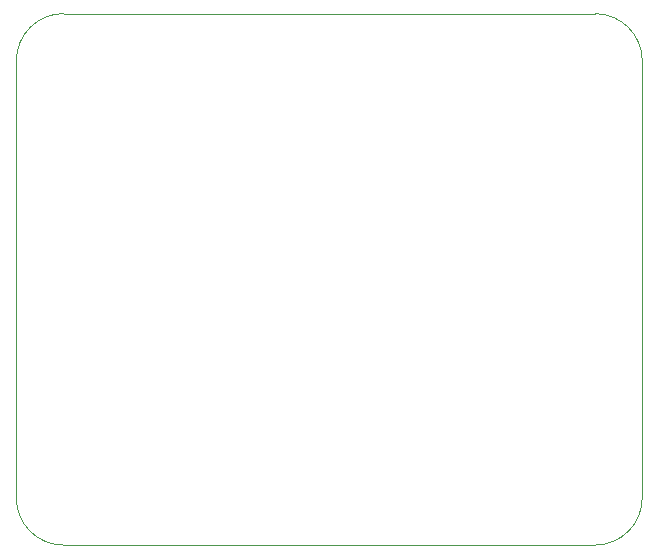
<source format=gbr>
%TF.GenerationSoftware,KiCad,Pcbnew,7.0.7*%
%TF.CreationDate,2023-11-26T17:57:00-07:00*%
%TF.ProjectId,IMUBox,494d5542-6f78-42e6-9b69-6361645f7063,v2*%
%TF.SameCoordinates,Original*%
%TF.FileFunction,Profile,NP*%
%FSLAX46Y46*%
G04 Gerber Fmt 4.6, Leading zero omitted, Abs format (unit mm)*
G04 Created by KiCad (PCBNEW 7.0.7) date 2023-11-26 17:57:00*
%MOMM*%
%LPD*%
G01*
G04 APERTURE LIST*
%TA.AperFunction,Profile*%
%ADD10C,0.100000*%
%TD*%
G04 APERTURE END LIST*
D10*
X114000000Y-79000000D02*
X159000000Y-79000000D01*
X159000000Y-79000000D02*
G75*
G03*
X163000000Y-75000000I0J4000000D01*
G01*
X163000000Y-75000000D02*
X163000000Y-38000000D01*
X110000000Y-75000000D02*
G75*
G03*
X114000000Y-79000000I4000000J0D01*
G01*
X114000000Y-34000000D02*
G75*
G03*
X110000000Y-38000000I0J-4000000D01*
G01*
X110000000Y-38000000D02*
X110000000Y-75000000D01*
X163000000Y-38000000D02*
G75*
G03*
X159000000Y-34000000I-4000000J0D01*
G01*
X114000000Y-34000000D02*
X159000000Y-34000000D01*
M02*

</source>
